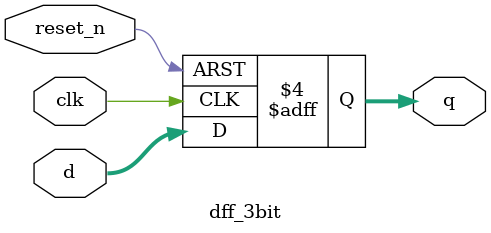
<source format=v>
module dff_3bit (clk, reset_n, d, q);
	input clk, reset_n;
	input[2:0] d;
	
	output reg[2:0] q;
	
	always @ (posedge clk, negedge reset_n)
		begin
			if (reset_n == 1'b0) //resetted
				q <= 3'b000;
		
			else if (clk == 1'b1) //updating
				q <= d;
				
			else
				q <= 3'bxxx;
		end
endmodule 
</source>
